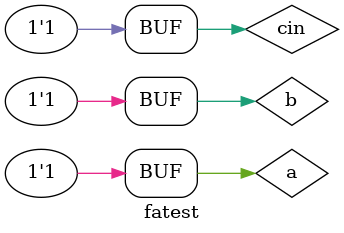
<source format=v>
`timescale 1ns / 1ps


module fatest;

	// Inputs
	reg a;
	reg b;
	reg cin;

	// Outputs
	wire sum;
	wire cout;

	// Instantiate the Unit Under Test (UUT)
	fa uut (
		.a(a), 
		.b(b), 
		.cin(cin), 
		.sum(sum), 
		.cout(cout)
	);

	initial begin
		// Initialize Inputs
		a = 0;b = 0;cin = 0;
		#10 a = 0;b = 0;cin = 1;
		#10 a = 0;b = 1;cin = 0;
		#10 a = 0;b = 1;cin = 1;
		#10 a = 1;b = 0;cin = 0;
		#10 a = 1;b = 0;cin = 1;
		#10 a = 1;b = 1;cin = 0;
		#10 a = 1;b = 1;cin = 1;
		
	end
      
endmodule

</source>
